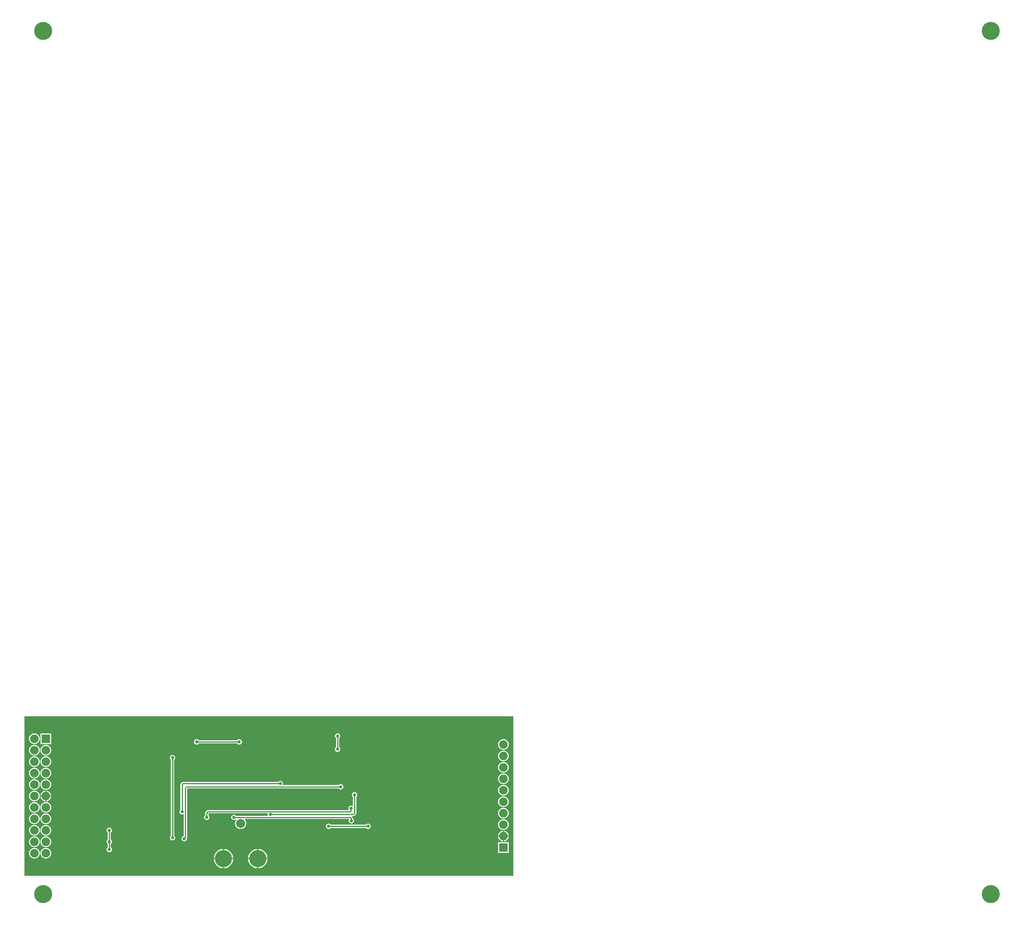
<source format=gbl>
%FSLAX24Y24*%
%MOIN*%
G70*
G01*
G75*
G04 Layer_Physical_Order=2*
G04 Layer_Color=16711680*
%ADD10R,0.1181X0.0551*%
%ADD11R,0.0433X0.0394*%
%ADD12C,0.0394*%
%ADD13R,0.0512X0.0591*%
%ADD14R,0.0433X0.0236*%
%ADD15R,0.0290X0.0220*%
%ADD16R,0.0118X0.0472*%
%ADD17R,0.0571X0.0177*%
%ADD18R,0.0335X0.0110*%
%ADD19R,0.0110X0.0335*%
%ADD20R,0.0276X0.0118*%
%ADD21R,0.0480X0.0358*%
%ADD22R,0.0358X0.0480*%
%ADD23R,0.0500X0.0200*%
%ADD24R,0.0200X0.0500*%
%ADD25R,0.0472X0.0118*%
%ADD26R,0.0551X0.0118*%
%ADD27R,0.0630X0.0709*%
%ADD28R,0.0906X0.0236*%
%ADD29R,0.0236X0.0433*%
%ADD30R,0.0591X0.0512*%
%ADD31C,0.0100*%
%ADD32C,0.0110*%
%ADD33C,0.1575*%
%ADD34C,0.0748*%
%ADD35R,0.0748X0.0748*%
%ADD36C,0.0787*%
%ADD37C,0.1496*%
%ADD38C,0.0280*%
G36*
X17900Y-6969D02*
X-24778D01*
Y6969D01*
X17900D01*
Y-6969D01*
D02*
G37*
%LPC*%
G36*
X-11850Y3582D02*
X-11940Y3564D01*
X-12017Y3513D01*
X-12068Y3436D01*
X-12085Y3346D01*
X-12068Y3257D01*
X-12017Y3180D01*
X-11994Y3165D01*
Y-3470D01*
X-12017Y-3485D01*
X-12068Y-3562D01*
X-12085Y-3652D01*
X-12068Y-3742D01*
X-12017Y-3818D01*
X-11940Y-3869D01*
X-11850Y-3887D01*
X-11760Y-3869D01*
X-11684Y-3818D01*
X-11633Y-3742D01*
X-11615Y-3652D01*
X-11633Y-3562D01*
X-11684Y-3485D01*
X-11707Y-3470D01*
Y3165D01*
X-11684Y3180D01*
X-11633Y3257D01*
X-11615Y3346D01*
X-11633Y3436D01*
X-11684Y3513D01*
X-11760Y3564D01*
X-11850Y3582D01*
D02*
G37*
G36*
X-23906Y-2531D02*
X-24027Y-2547D01*
X-24140Y-2594D01*
X-24237Y-2669D01*
X-24311Y-2766D01*
X-24358Y-2879D01*
X-24374Y-3000D01*
X-24358Y-3121D01*
X-24311Y-3234D01*
X-24237Y-3331D01*
X-24140Y-3406D01*
X-24027Y-3453D01*
X-23906Y-3469D01*
X-23784Y-3453D01*
X-23671Y-3406D01*
X-23574Y-3331D01*
X-23500Y-3234D01*
X-23453Y-3121D01*
X-23437Y-3000D01*
X-23453Y-2879D01*
X-23500Y-2766D01*
X-23574Y-2669D01*
X-23671Y-2594D01*
X-23784Y-2547D01*
X-23906Y-2531D01*
D02*
G37*
G36*
X-22906D02*
X-23027Y-2547D01*
X-23140Y-2594D01*
X-23237Y-2669D01*
X-23311Y-2766D01*
X-23358Y-2879D01*
X-23374Y-3000D01*
X-23358Y-3121D01*
X-23311Y-3234D01*
X-23237Y-3331D01*
X-23140Y-3406D01*
X-23027Y-3453D01*
X-22906Y-3469D01*
X-22784Y-3453D01*
X-22671Y-3406D01*
X-22574Y-3331D01*
X-22500Y-3234D01*
X-22453Y-3121D01*
X-22437Y-3000D01*
X-22453Y-2879D01*
X-22500Y-2766D01*
X-22574Y-2669D01*
X-22671Y-2594D01*
X-22784Y-2547D01*
X-22906Y-2531D01*
D02*
G37*
G36*
Y-3531D02*
X-23027Y-3547D01*
X-23140Y-3594D01*
X-23237Y-3669D01*
X-23311Y-3766D01*
X-23358Y-3879D01*
X-23374Y-4000D01*
X-23358Y-4121D01*
X-23311Y-4234D01*
X-23237Y-4331D01*
X-23140Y-4406D01*
X-23027Y-4453D01*
X-22906Y-4469D01*
X-22784Y-4453D01*
X-22671Y-4406D01*
X-22574Y-4331D01*
X-22500Y-4234D01*
X-22453Y-4121D01*
X-22437Y-4000D01*
X-22453Y-3879D01*
X-22500Y-3766D01*
X-22574Y-3669D01*
X-22671Y-3594D01*
X-22784Y-3547D01*
X-22906Y-3531D01*
D02*
G37*
G36*
X16978Y-3550D02*
X16556D01*
X16566Y-3624D01*
X16614Y-3739D01*
X16689Y-3838D01*
X16789Y-3914D01*
X16904Y-3962D01*
X16978Y-3972D01*
Y-3550D01*
D02*
G37*
G36*
X17499D02*
X17078D01*
Y-3972D01*
X17151Y-3962D01*
X17267Y-3914D01*
X17366Y-3838D01*
X17442Y-3739D01*
X17489Y-3624D01*
X17499Y-3550D01*
D02*
G37*
G36*
X16978Y-3028D02*
X16904Y-3038D01*
X16789Y-3086D01*
X16689Y-3162D01*
X16614Y-3261D01*
X16566Y-3376D01*
X16556Y-3450D01*
X16978D01*
Y-3028D01*
D02*
G37*
G36*
X-23906Y-1531D02*
X-24027Y-1547D01*
X-24140Y-1594D01*
X-24237Y-1669D01*
X-24311Y-1766D01*
X-24358Y-1879D01*
X-24374Y-2000D01*
X-24358Y-2121D01*
X-24311Y-2234D01*
X-24237Y-2331D01*
X-24140Y-2406D01*
X-24027Y-2453D01*
X-23906Y-2469D01*
X-23784Y-2453D01*
X-23671Y-2406D01*
X-23574Y-2331D01*
X-23500Y-2234D01*
X-23453Y-2121D01*
X-23437Y-2000D01*
X-23453Y-1879D01*
X-23500Y-1766D01*
X-23574Y-1669D01*
X-23671Y-1594D01*
X-23784Y-1547D01*
X-23906Y-1531D01*
D02*
G37*
G36*
X-22906D02*
X-23027Y-1547D01*
X-23140Y-1594D01*
X-23237Y-1669D01*
X-23311Y-1766D01*
X-23358Y-1879D01*
X-23374Y-2000D01*
X-23358Y-2121D01*
X-23311Y-2234D01*
X-23237Y-2331D01*
X-23140Y-2406D01*
X-23027Y-2453D01*
X-22906Y-2469D01*
X-22784Y-2453D01*
X-22671Y-2406D01*
X-22574Y-2331D01*
X-22500Y-2234D01*
X-22453Y-2121D01*
X-22437Y-2000D01*
X-22453Y-1879D01*
X-22500Y-1766D01*
X-22574Y-1669D01*
X-22671Y-1594D01*
X-22784Y-1547D01*
X-22906Y-1531D01*
D02*
G37*
G36*
X17028Y-1031D02*
X16906Y-1047D01*
X16793Y-1094D01*
X16696Y-1169D01*
X16622Y-1266D01*
X16575Y-1379D01*
X16559Y-1500D01*
X16575Y-1621D01*
X16622Y-1734D01*
X16696Y-1831D01*
X16793Y-1906D01*
X16906Y-1953D01*
X17028Y-1969D01*
X17149Y-1953D01*
X17262Y-1906D01*
X17359Y-1831D01*
X17433Y-1734D01*
X17480Y-1621D01*
X17496Y-1500D01*
X17480Y-1379D01*
X17433Y-1266D01*
X17359Y-1169D01*
X17262Y-1094D01*
X17149Y-1047D01*
X17028Y-1031D01*
D02*
G37*
G36*
X17078Y-3028D02*
Y-3450D01*
X17499D01*
X17489Y-3376D01*
X17442Y-3261D01*
X17366Y-3162D01*
X17267Y-3086D01*
X17151Y-3038D01*
X17078Y-3028D01*
D02*
G37*
G36*
X17028Y-2031D02*
X16906Y-2047D01*
X16793Y-2094D01*
X16696Y-2169D01*
X16622Y-2266D01*
X16575Y-2379D01*
X16559Y-2500D01*
X16575Y-2621D01*
X16622Y-2734D01*
X16696Y-2831D01*
X16793Y-2906D01*
X16906Y-2953D01*
X17028Y-2969D01*
X17149Y-2953D01*
X17262Y-2906D01*
X17359Y-2831D01*
X17433Y-2734D01*
X17480Y-2621D01*
X17496Y-2500D01*
X17480Y-2379D01*
X17433Y-2266D01*
X17359Y-2169D01*
X17262Y-2094D01*
X17149Y-2047D01*
X17028Y-2031D01*
D02*
G37*
G36*
X5217Y-2422D02*
X5127Y-2440D01*
X5050Y-2491D01*
X5035Y-2514D01*
X1953D01*
X1938Y-2491D01*
X1862Y-2440D01*
X1772Y-2422D01*
X1682Y-2440D01*
X1605Y-2491D01*
X1554Y-2568D01*
X1537Y-2657D01*
X1554Y-2747D01*
X1605Y-2824D01*
X1682Y-2875D01*
X1772Y-2893D01*
X1862Y-2875D01*
X1938Y-2824D01*
X1953Y-2801D01*
X5035D01*
X5050Y-2824D01*
X5127Y-2875D01*
X5217Y-2893D01*
X5306Y-2875D01*
X5383Y-2824D01*
X5434Y-2747D01*
X5452Y-2657D01*
X5434Y-2568D01*
X5383Y-2491D01*
X5306Y-2440D01*
X5217Y-2422D01*
D02*
G37*
G36*
X-3562Y-5522D02*
X-4359D01*
Y-6320D01*
X-4243Y-6308D01*
X-4083Y-6260D01*
X-3936Y-6181D01*
X-3807Y-6075D01*
X-3701Y-5946D01*
X-3622Y-5799D01*
X-3574Y-5639D01*
X-3562Y-5522D01*
D02*
G37*
G36*
X-23906Y-4531D02*
X-24027Y-4547D01*
X-24140Y-4594D01*
X-24237Y-4669D01*
X-24311Y-4766D01*
X-24358Y-4879D01*
X-24374Y-5000D01*
X-24358Y-5121D01*
X-24311Y-5234D01*
X-24237Y-5331D01*
X-24140Y-5406D01*
X-24027Y-5453D01*
X-23906Y-5469D01*
X-23784Y-5453D01*
X-23671Y-5406D01*
X-23574Y-5331D01*
X-23500Y-5234D01*
X-23453Y-5121D01*
X-23437Y-5000D01*
X-23453Y-4879D01*
X-23500Y-4766D01*
X-23574Y-4669D01*
X-23671Y-4594D01*
X-23784Y-4547D01*
X-23906Y-4531D01*
D02*
G37*
G36*
X-22906D02*
X-23027Y-4547D01*
X-23140Y-4594D01*
X-23237Y-4669D01*
X-23311Y-4766D01*
X-23358Y-4879D01*
X-23374Y-5000D01*
X-23358Y-5121D01*
X-23311Y-5234D01*
X-23237Y-5331D01*
X-23140Y-5406D01*
X-23027Y-5453D01*
X-22906Y-5469D01*
X-22784Y-5453D01*
X-22671Y-5406D01*
X-22574Y-5331D01*
X-22500Y-5234D01*
X-22453Y-5121D01*
X-22437Y-5000D01*
X-22453Y-4879D01*
X-22500Y-4766D01*
X-22574Y-4669D01*
X-22671Y-4594D01*
X-22784Y-4547D01*
X-22906Y-4531D01*
D02*
G37*
G36*
X-7452Y-5522D02*
X-8249D01*
X-8237Y-5639D01*
X-8189Y-5799D01*
X-8110Y-5946D01*
X-8004Y-6075D01*
X-7875Y-6181D01*
X-7728Y-6260D01*
X-7568Y-6308D01*
X-7452Y-6320D01*
Y-5522D01*
D02*
G37*
G36*
X-6554D02*
X-7352D01*
Y-6320D01*
X-7235Y-6308D01*
X-7075Y-6260D01*
X-6928Y-6181D01*
X-6799Y-6075D01*
X-6693Y-5946D01*
X-6614Y-5799D01*
X-6566Y-5639D01*
X-6554Y-5522D01*
D02*
G37*
G36*
X-4459D02*
X-5257D01*
X-5245Y-5639D01*
X-5197Y-5799D01*
X-5118Y-5946D01*
X-5012Y-6075D01*
X-4883Y-6181D01*
X-4736Y-6260D01*
X-4576Y-6308D01*
X-4459Y-6320D01*
Y-5522D01*
D02*
G37*
G36*
X-7452Y-4625D02*
X-7568Y-4637D01*
X-7728Y-4685D01*
X-7875Y-4764D01*
X-8004Y-4870D01*
X-8110Y-4999D01*
X-8189Y-5146D01*
X-8237Y-5306D01*
X-8249Y-5422D01*
X-7452D01*
Y-4625D01*
D02*
G37*
G36*
X17492Y-4035D02*
X16563D01*
Y-4965D01*
X17492D01*
Y-4035D01*
D02*
G37*
G36*
X-17372Y-2773D02*
X-17462Y-2791D01*
X-17538Y-2842D01*
X-17589Y-2918D01*
X-17607Y-3008D01*
X-17589Y-3098D01*
X-17538Y-3174D01*
X-17515Y-3189D01*
Y-3811D01*
X-17538Y-3826D01*
X-17589Y-3902D01*
X-17607Y-3992D01*
X-17589Y-4082D01*
X-17538Y-4158D01*
X-17515Y-4174D01*
Y-4494D01*
X-17538Y-4509D01*
X-17589Y-4585D01*
X-17607Y-4675D01*
X-17589Y-4765D01*
X-17538Y-4841D01*
X-17462Y-4892D01*
X-17372Y-4910D01*
X-17282Y-4892D01*
X-17206Y-4841D01*
X-17155Y-4765D01*
X-17137Y-4675D01*
X-17155Y-4585D01*
X-17206Y-4509D01*
X-17229Y-4494D01*
Y-4174D01*
X-17206Y-4158D01*
X-17155Y-4082D01*
X-17137Y-3992D01*
X-17155Y-3902D01*
X-17206Y-3826D01*
X-17229Y-3811D01*
Y-3189D01*
X-17206Y-3174D01*
X-17155Y-3098D01*
X-17137Y-3008D01*
X-17155Y-2918D01*
X-17206Y-2842D01*
X-17282Y-2791D01*
X-17372Y-2773D01*
D02*
G37*
G36*
X-23906Y-3531D02*
X-24027Y-3547D01*
X-24140Y-3594D01*
X-24237Y-3669D01*
X-24311Y-3766D01*
X-24358Y-3879D01*
X-24374Y-4000D01*
X-24358Y-4121D01*
X-24311Y-4234D01*
X-24237Y-4331D01*
X-24140Y-4406D01*
X-24027Y-4453D01*
X-23906Y-4469D01*
X-23784Y-4453D01*
X-23671Y-4406D01*
X-23574Y-4331D01*
X-23500Y-4234D01*
X-23453Y-4121D01*
X-23437Y-4000D01*
X-23453Y-3879D01*
X-23500Y-3766D01*
X-23574Y-3669D01*
X-23671Y-3594D01*
X-23784Y-3547D01*
X-23906Y-3531D01*
D02*
G37*
G36*
X-7352Y-4625D02*
Y-5422D01*
X-6554D01*
X-6566Y-5306D01*
X-6614Y-5146D01*
X-6693Y-4999D01*
X-6799Y-4870D01*
X-6928Y-4764D01*
X-7075Y-4685D01*
X-7235Y-4637D01*
X-7352Y-4625D01*
D02*
G37*
G36*
X-4459D02*
X-4576Y-4637D01*
X-4736Y-4685D01*
X-4883Y-4764D01*
X-5012Y-4870D01*
X-5118Y-4999D01*
X-5197Y-5146D01*
X-5245Y-5306D01*
X-5257Y-5422D01*
X-4459D01*
Y-4625D01*
D02*
G37*
G36*
X-4359D02*
Y-5422D01*
X-3562D01*
X-3574Y-5306D01*
X-3622Y-5146D01*
X-3701Y-4999D01*
X-3807Y-4870D01*
X-3936Y-4764D01*
X-4083Y-4685D01*
X-4243Y-4637D01*
X-4359Y-4625D01*
D02*
G37*
G36*
X-23906Y3469D02*
X-24027Y3453D01*
X-24140Y3406D01*
X-24237Y3331D01*
X-24311Y3234D01*
X-24358Y3121D01*
X-24374Y3000D01*
X-24358Y2879D01*
X-24311Y2766D01*
X-24237Y2669D01*
X-24140Y2594D01*
X-24027Y2547D01*
X-23906Y2531D01*
X-23784Y2547D01*
X-23671Y2594D01*
X-23574Y2669D01*
X-23500Y2766D01*
X-23453Y2879D01*
X-23437Y3000D01*
X-23453Y3121D01*
X-23500Y3234D01*
X-23574Y3331D01*
X-23671Y3406D01*
X-23784Y3453D01*
X-23906Y3469D01*
D02*
G37*
G36*
X-22906D02*
X-23027Y3453D01*
X-23140Y3406D01*
X-23237Y3331D01*
X-23311Y3234D01*
X-23358Y3121D01*
X-23374Y3000D01*
X-23358Y2879D01*
X-23311Y2766D01*
X-23237Y2669D01*
X-23140Y2594D01*
X-23027Y2547D01*
X-22906Y2531D01*
X-22784Y2547D01*
X-22671Y2594D01*
X-22574Y2669D01*
X-22500Y2766D01*
X-22453Y2879D01*
X-22437Y3000D01*
X-22453Y3121D01*
X-22500Y3234D01*
X-22574Y3331D01*
X-22671Y3406D01*
X-22784Y3453D01*
X-22906Y3469D01*
D02*
G37*
G36*
X17028Y3969D02*
X16906Y3953D01*
X16793Y3906D01*
X16696Y3831D01*
X16622Y3734D01*
X16575Y3621D01*
X16559Y3500D01*
X16575Y3379D01*
X16622Y3266D01*
X16696Y3169D01*
X16793Y3094D01*
X16906Y3047D01*
X17028Y3031D01*
X17149Y3047D01*
X17262Y3094D01*
X17359Y3169D01*
X17433Y3266D01*
X17480Y3379D01*
X17496Y3500D01*
X17480Y3621D01*
X17433Y3734D01*
X17359Y3831D01*
X17262Y3906D01*
X17149Y3953D01*
X17028Y3969D01*
D02*
G37*
G36*
X-23906Y2469D02*
X-24027Y2453D01*
X-24140Y2406D01*
X-24237Y2331D01*
X-24311Y2234D01*
X-24358Y2121D01*
X-24374Y2000D01*
X-24358Y1879D01*
X-24311Y1766D01*
X-24237Y1669D01*
X-24140Y1594D01*
X-24027Y1547D01*
X-23906Y1531D01*
X-23784Y1547D01*
X-23671Y1594D01*
X-23574Y1669D01*
X-23500Y1766D01*
X-23453Y1879D01*
X-23437Y2000D01*
X-23453Y2121D01*
X-23500Y2234D01*
X-23574Y2331D01*
X-23671Y2406D01*
X-23784Y2453D01*
X-23906Y2469D01*
D02*
G37*
G36*
X-22906D02*
X-23027Y2453D01*
X-23140Y2406D01*
X-23237Y2331D01*
X-23311Y2234D01*
X-23358Y2121D01*
X-23374Y2000D01*
X-23358Y1879D01*
X-23311Y1766D01*
X-23237Y1669D01*
X-23140Y1594D01*
X-23027Y1547D01*
X-22906Y1531D01*
X-22784Y1547D01*
X-22671Y1594D01*
X-22574Y1669D01*
X-22500Y1766D01*
X-22453Y1879D01*
X-22437Y2000D01*
X-22453Y2121D01*
X-22500Y2234D01*
X-22574Y2331D01*
X-22671Y2406D01*
X-22784Y2453D01*
X-22906Y2469D01*
D02*
G37*
G36*
X17028Y2969D02*
X16906Y2953D01*
X16793Y2906D01*
X16696Y2831D01*
X16622Y2734D01*
X16575Y2621D01*
X16559Y2500D01*
X16575Y2379D01*
X16622Y2266D01*
X16696Y2169D01*
X16793Y2094D01*
X16906Y2047D01*
X17028Y2031D01*
X17149Y2047D01*
X17262Y2094D01*
X17359Y2169D01*
X17433Y2266D01*
X17480Y2379D01*
X17496Y2500D01*
X17480Y2621D01*
X17433Y2734D01*
X17359Y2831D01*
X17262Y2906D01*
X17149Y2953D01*
X17028Y2969D01*
D02*
G37*
G36*
X-23906Y4469D02*
X-24027Y4453D01*
X-24140Y4406D01*
X-24237Y4331D01*
X-24311Y4234D01*
X-24358Y4121D01*
X-24374Y4000D01*
X-24358Y3879D01*
X-24311Y3766D01*
X-24237Y3669D01*
X-24140Y3594D01*
X-24027Y3547D01*
X-23906Y3531D01*
X-23784Y3547D01*
X-23671Y3594D01*
X-23574Y3669D01*
X-23500Y3766D01*
X-23453Y3879D01*
X-23437Y4000D01*
X-23453Y4121D01*
X-23500Y4234D01*
X-23574Y4331D01*
X-23671Y4406D01*
X-23784Y4453D01*
X-23906Y4469D01*
D02*
G37*
G36*
Y5469D02*
X-24027Y5453D01*
X-24140Y5406D01*
X-24237Y5331D01*
X-24311Y5234D01*
X-24358Y5121D01*
X-24374Y5000D01*
X-24358Y4879D01*
X-24311Y4766D01*
X-24237Y4669D01*
X-24140Y4594D01*
X-24027Y4547D01*
X-23906Y4531D01*
X-23784Y4547D01*
X-23671Y4594D01*
X-23574Y4669D01*
X-23500Y4766D01*
X-23453Y4879D01*
X-23437Y5000D01*
X-23453Y5121D01*
X-23500Y5234D01*
X-23574Y5331D01*
X-23671Y5406D01*
X-23784Y5453D01*
X-23906Y5469D01*
D02*
G37*
G36*
X-22441Y5465D02*
X-23370D01*
Y4535D01*
X-22441D01*
Y5465D01*
D02*
G37*
G36*
X-6024Y4959D02*
X-6114Y4942D01*
X-6190Y4891D01*
X-6205Y4868D01*
X-9563D01*
X-9578Y4891D01*
X-9654Y4942D01*
X-9744Y4959D01*
X-9834Y4942D01*
X-9910Y4891D01*
X-9961Y4814D01*
X-9979Y4724D01*
X-9961Y4634D01*
X-9910Y4558D01*
X-9834Y4507D01*
X-9744Y4489D01*
X-9654Y4507D01*
X-9578Y4558D01*
X-9563Y4581D01*
X-6205D01*
X-6190Y4558D01*
X-6114Y4507D01*
X-6024Y4489D01*
X-5934Y4507D01*
X-5857Y4558D01*
X-5806Y4634D01*
X-5789Y4724D01*
X-5806Y4814D01*
X-5857Y4891D01*
X-5934Y4942D01*
X-6024Y4959D01*
D02*
G37*
G36*
X-22906Y4469D02*
X-23027Y4453D01*
X-23140Y4406D01*
X-23237Y4331D01*
X-23311Y4234D01*
X-23358Y4121D01*
X-23374Y4000D01*
X-23358Y3879D01*
X-23311Y3766D01*
X-23237Y3669D01*
X-23140Y3594D01*
X-23027Y3547D01*
X-22906Y3531D01*
X-22784Y3547D01*
X-22671Y3594D01*
X-22574Y3669D01*
X-22500Y3766D01*
X-22453Y3879D01*
X-22437Y4000D01*
X-22453Y4121D01*
X-22500Y4234D01*
X-22574Y4331D01*
X-22671Y4406D01*
X-22784Y4453D01*
X-22906Y4469D01*
D02*
G37*
G36*
X2559Y5473D02*
X2469Y5455D01*
X2393Y5404D01*
X2342Y5328D01*
X2324Y5238D01*
X2342Y5148D01*
X2393Y5072D01*
X2416Y5057D01*
Y4270D01*
X2393Y4255D01*
X2342Y4179D01*
X2324Y4089D01*
X2342Y3999D01*
X2393Y3922D01*
X2469Y3871D01*
X2559Y3854D01*
X2649Y3871D01*
X2725Y3922D01*
X2776Y3999D01*
X2794Y4089D01*
X2776Y4179D01*
X2725Y4255D01*
X2702Y4270D01*
Y5057D01*
X2725Y5072D01*
X2776Y5148D01*
X2794Y5238D01*
X2776Y5328D01*
X2725Y5404D01*
X2649Y5455D01*
X2559Y5473D01*
D02*
G37*
G36*
X17028Y4969D02*
X16906Y4953D01*
X16793Y4906D01*
X16696Y4831D01*
X16622Y4734D01*
X16575Y4621D01*
X16559Y4500D01*
X16575Y4379D01*
X16622Y4266D01*
X16696Y4169D01*
X16793Y4094D01*
X16906Y4047D01*
X17028Y4031D01*
X17149Y4047D01*
X17262Y4094D01*
X17359Y4169D01*
X17433Y4266D01*
X17480Y4379D01*
X17496Y4500D01*
X17480Y4621D01*
X17433Y4734D01*
X17359Y4831D01*
X17262Y4906D01*
X17149Y4953D01*
X17028Y4969D01*
D02*
G37*
G36*
Y1969D02*
X16906Y1953D01*
X16793Y1906D01*
X16696Y1831D01*
X16622Y1734D01*
X16575Y1621D01*
X16559Y1500D01*
X16575Y1379D01*
X16622Y1266D01*
X16696Y1169D01*
X16793Y1094D01*
X16906Y1047D01*
X17028Y1031D01*
X17149Y1047D01*
X17262Y1094D01*
X17359Y1169D01*
X17433Y1266D01*
X17480Y1379D01*
X17496Y1500D01*
X17480Y1621D01*
X17433Y1734D01*
X17359Y1831D01*
X17262Y1906D01*
X17149Y1953D01*
X17028Y1969D01*
D02*
G37*
G36*
X4035Y333D02*
X3945Y316D01*
X3869Y265D01*
X3818Y188D01*
X3800Y98D01*
X3818Y8D01*
X3869Y-68D01*
X3892Y-83D01*
Y-854D01*
X3848Y-877D01*
X3830Y-865D01*
X3740Y-848D01*
X3650Y-865D01*
X3574Y-916D01*
X3523Y-993D01*
X3505Y-1083D01*
X3523Y-1173D01*
X3535Y-1191D01*
X3511Y-1235D01*
X-2779D01*
X-2794Y-1232D01*
X-7865D01*
X-7865Y-1232D01*
X-8672D01*
X-8687Y-1235D01*
X-8760D01*
X-8815Y-1246D01*
X-8861Y-1277D01*
X-8960Y-1375D01*
X-8991Y-1422D01*
X-9002Y-1476D01*
Y-1689D01*
X-9024Y-1704D01*
X-9075Y-1780D01*
X-9093Y-1870D01*
X-9075Y-1960D01*
X-9024Y-2036D01*
X-8948Y-2087D01*
X-8858Y-2105D01*
X-8768Y-2087D01*
X-8692Y-2036D01*
X-8641Y-1960D01*
X-8623Y-1870D01*
X-8641Y-1780D01*
X-8692Y-1704D01*
X-8715Y-1689D01*
Y-1536D01*
X-8700Y-1521D01*
X-8675D01*
X-8660Y-1518D01*
X-7786D01*
X-7786Y-1518D01*
X-3569D01*
X-3531Y-1568D01*
X-3542Y-1624D01*
X-3531Y-1680D01*
X-3569Y-1730D01*
X-6307D01*
X-6324Y-1704D01*
X-6400Y-1653D01*
X-6490Y-1635D01*
X-6580Y-1653D01*
X-6656Y-1704D01*
X-6707Y-1780D01*
X-6725Y-1870D01*
X-6707Y-1960D01*
X-6656Y-2036D01*
X-6580Y-2087D01*
X-6490Y-2105D01*
X-6400Y-2087D01*
X-6324Y-2036D01*
X-6322Y-2033D01*
X-6297Y-2035D01*
X-6275Y-2087D01*
X-6329Y-2157D01*
X-6377Y-2275D01*
X-6394Y-2402D01*
X-6377Y-2528D01*
X-6329Y-2646D01*
X-6251Y-2747D01*
X-6150Y-2825D01*
X-6032Y-2873D01*
X-5906Y-2890D01*
X-5779Y-2873D01*
X-5661Y-2825D01*
X-5560Y-2747D01*
X-5483Y-2646D01*
X-5434Y-2528D01*
X-5417Y-2402D01*
X-5434Y-2275D01*
X-5483Y-2157D01*
X-5552Y-2066D01*
X-5537Y-2016D01*
X3529D01*
X3553Y-2060D01*
X3543Y-2075D01*
X3525Y-2165D01*
X3543Y-2255D01*
X3594Y-2332D01*
X3670Y-2383D01*
X3760Y-2400D01*
X3850Y-2383D01*
X3926Y-2332D01*
X3977Y-2255D01*
X3995Y-2165D01*
X3977Y-2075D01*
X3926Y-1999D01*
X3903Y-1984D01*
Y-1982D01*
X3892Y-1927D01*
X3861Y-1881D01*
X3798Y-1817D01*
X3818Y-1767D01*
X3943D01*
X3998Y-1756D01*
X4044Y-1725D01*
X4137Y-1633D01*
X4168Y-1586D01*
X4179Y-1532D01*
Y-83D01*
X4202Y-68D01*
X4253Y8D01*
X4270Y98D01*
X4253Y188D01*
X4202Y265D01*
X4125Y316D01*
X4035Y333D01*
D02*
G37*
G36*
X-22956Y-50D02*
X-23377D01*
X-23367Y-124D01*
X-23320Y-239D01*
X-23244Y-338D01*
X-23145Y-414D01*
X-23029Y-462D01*
X-22956Y-472D01*
Y-50D01*
D02*
G37*
G36*
X-22434D02*
X-22856D01*
Y-472D01*
X-22782Y-462D01*
X-22666Y-414D01*
X-22567Y-338D01*
X-22491Y-239D01*
X-22444Y-124D01*
X-22434Y-50D01*
D02*
G37*
G36*
X-23906Y-531D02*
X-24027Y-547D01*
X-24140Y-594D01*
X-24237Y-669D01*
X-24311Y-766D01*
X-24358Y-879D01*
X-24374Y-1000D01*
X-24358Y-1121D01*
X-24311Y-1234D01*
X-24237Y-1331D01*
X-24140Y-1406D01*
X-24027Y-1453D01*
X-23906Y-1469D01*
X-23784Y-1453D01*
X-23671Y-1406D01*
X-23574Y-1331D01*
X-23500Y-1234D01*
X-23453Y-1121D01*
X-23437Y-1000D01*
X-23453Y-879D01*
X-23500Y-766D01*
X-23574Y-669D01*
X-23671Y-594D01*
X-23784Y-547D01*
X-23906Y-531D01*
D02*
G37*
G36*
X-22906D02*
X-23027Y-547D01*
X-23140Y-594D01*
X-23237Y-669D01*
X-23311Y-766D01*
X-23358Y-879D01*
X-23374Y-1000D01*
X-23358Y-1121D01*
X-23311Y-1234D01*
X-23237Y-1331D01*
X-23140Y-1406D01*
X-23027Y-1453D01*
X-22906Y-1469D01*
X-22784Y-1453D01*
X-22671Y-1406D01*
X-22574Y-1331D01*
X-22500Y-1234D01*
X-22453Y-1121D01*
X-22437Y-1000D01*
X-22453Y-879D01*
X-22500Y-766D01*
X-22574Y-669D01*
X-22671Y-594D01*
X-22784Y-547D01*
X-22906Y-531D01*
D02*
G37*
G36*
X17028Y-31D02*
X16906Y-47D01*
X16793Y-94D01*
X16696Y-169D01*
X16622Y-266D01*
X16575Y-379D01*
X16559Y-500D01*
X16575Y-621D01*
X16622Y-734D01*
X16696Y-831D01*
X16793Y-906D01*
X16906Y-953D01*
X17028Y-969D01*
X17149Y-953D01*
X17262Y-906D01*
X17359Y-831D01*
X17433Y-734D01*
X17480Y-621D01*
X17496Y-500D01*
X17480Y-379D01*
X17433Y-266D01*
X17359Y-169D01*
X17262Y-94D01*
X17149Y-47D01*
X17028Y-31D01*
D02*
G37*
G36*
X-23906Y469D02*
X-24027Y453D01*
X-24140Y406D01*
X-24237Y331D01*
X-24311Y234D01*
X-24358Y121D01*
X-24374Y-0D01*
X-24358Y-121D01*
X-24311Y-234D01*
X-24237Y-331D01*
X-24140Y-406D01*
X-24027Y-453D01*
X-23906Y-469D01*
X-23784Y-453D01*
X-23671Y-406D01*
X-23574Y-331D01*
X-23500Y-234D01*
X-23453Y-121D01*
X-23437Y-0D01*
X-23453Y121D01*
X-23500Y234D01*
X-23574Y331D01*
X-23671Y406D01*
X-23784Y453D01*
X-23906Y469D01*
D02*
G37*
G36*
Y1469D02*
X-24027Y1453D01*
X-24140Y1406D01*
X-24237Y1331D01*
X-24311Y1234D01*
X-24358Y1121D01*
X-24374Y1000D01*
X-24358Y879D01*
X-24311Y766D01*
X-24237Y669D01*
X-24140Y594D01*
X-24027Y547D01*
X-23906Y531D01*
X-23784Y547D01*
X-23671Y594D01*
X-23574Y669D01*
X-23500Y766D01*
X-23453Y879D01*
X-23437Y1000D01*
X-23453Y1121D01*
X-23500Y1234D01*
X-23574Y1331D01*
X-23671Y1406D01*
X-23784Y1453D01*
X-23906Y1469D01*
D02*
G37*
G36*
X-22906D02*
X-23027Y1453D01*
X-23140Y1406D01*
X-23237Y1331D01*
X-23311Y1234D01*
X-23358Y1121D01*
X-23374Y1000D01*
X-23358Y879D01*
X-23311Y766D01*
X-23237Y669D01*
X-23140Y594D01*
X-23027Y547D01*
X-22906Y531D01*
X-22784Y547D01*
X-22671Y594D01*
X-22574Y669D01*
X-22500Y766D01*
X-22453Y879D01*
X-22437Y1000D01*
X-22453Y1121D01*
X-22500Y1234D01*
X-22574Y1331D01*
X-22671Y1406D01*
X-22784Y1453D01*
X-22906Y1469D01*
D02*
G37*
G36*
X-2455Y1318D02*
X-2545Y1300D01*
X-2621Y1249D01*
X-2636Y1226D01*
X-10925D01*
X-10980Y1215D01*
X-11027Y1184D01*
X-11119Y1091D01*
X-11150Y1045D01*
X-11161Y990D01*
Y-1196D01*
X-11184Y-1212D01*
X-11235Y-1288D01*
X-11253Y-1378D01*
X-11235Y-1468D01*
X-11184Y-1544D01*
X-11108Y-1595D01*
X-11018Y-1613D01*
X-10928Y-1595D01*
X-10916Y-1587D01*
X-10872Y-1611D01*
Y-3514D01*
X-10917Y-3523D01*
X-10993Y-3574D01*
X-11044Y-3650D01*
X-11062Y-3740D01*
X-11044Y-3830D01*
X-10993Y-3906D01*
X-10917Y-3957D01*
X-10827Y-3975D01*
X-10737Y-3957D01*
X-10661Y-3906D01*
X-10610Y-3830D01*
X-10592Y-3740D01*
X-10599Y-3702D01*
X-10596Y-3697D01*
X-10585Y-3642D01*
Y630D01*
X-10551Y664D01*
X2653D01*
X2668Y641D01*
X2745Y590D01*
X2835Y572D01*
X2925Y590D01*
X3001Y641D01*
X3052Y717D01*
X3070Y807D01*
X3052Y897D01*
X3001Y973D01*
X2925Y1024D01*
X2835Y1042D01*
X2745Y1024D01*
X2668Y973D01*
X2653Y950D01*
X-2214D01*
X-2236Y1000D01*
X-2220Y1083D01*
X-2238Y1173D01*
X-2289Y1249D01*
X-2365Y1300D01*
X-2455Y1318D01*
D02*
G37*
G36*
X17028Y969D02*
X16906Y953D01*
X16793Y906D01*
X16696Y831D01*
X16622Y734D01*
X16575Y621D01*
X16559Y500D01*
X16575Y379D01*
X16622Y266D01*
X16696Y169D01*
X16793Y94D01*
X16906Y47D01*
X17028Y31D01*
X17149Y47D01*
X17262Y94D01*
X17359Y169D01*
X17433Y266D01*
X17480Y379D01*
X17496Y500D01*
X17480Y621D01*
X17433Y734D01*
X17359Y831D01*
X17262Y906D01*
X17149Y953D01*
X17028Y969D01*
D02*
G37*
G36*
X-22956Y472D02*
X-23029Y462D01*
X-23145Y414D01*
X-23244Y338D01*
X-23320Y239D01*
X-23367Y124D01*
X-23377Y50D01*
X-22956D01*
Y472D01*
D02*
G37*
G36*
X-22856D02*
Y50D01*
X-22434D01*
X-22444Y124D01*
X-22491Y239D01*
X-22567Y338D01*
X-22666Y414D01*
X-22782Y462D01*
X-22856Y472D01*
D02*
G37*
%LPD*%
G54D31*
X-11929Y-3652D02*
X-11850Y-3573D01*
Y3346D01*
Y-3652D02*
Y-3573D01*
X-3307Y-1624D02*
X3943D01*
X-3396D02*
X-3307D01*
X3943D02*
X4035Y-1532D01*
X-8760Y-1378D02*
X-8675D01*
X-8858Y-1476D02*
X-8760Y-1378D01*
X-8858Y-1870D02*
Y-1476D01*
X-8675Y-1378D02*
X-8672Y-1375D01*
X-7786D01*
X-10925Y1083D02*
X-2455D01*
X-11018Y990D02*
X-10925Y1083D01*
X-11018Y-1378D02*
Y990D01*
X-10610Y807D02*
X2835D01*
X-10728Y689D02*
X-10610Y807D01*
X-10728Y-3642D02*
Y689D01*
X-10827Y-3740D02*
X-10728Y-3642D01*
X-9744Y4724D02*
X-6024D01*
X-17372Y-4675D02*
Y-3992D01*
Y-4730D02*
Y-4675D01*
X1772Y-2657D02*
X5217D01*
X-6466Y-1873D02*
X3651D01*
X-6487D02*
X-6466D01*
X-6476Y-1884D02*
X-6466Y-1873D01*
X-6490Y-1870D02*
X-6487Y-1873D01*
X-2791Y-1378D02*
X3642D01*
X-2794Y-1375D02*
X-2791Y-1378D01*
X-7865Y-1375D02*
X-2794D01*
X3651Y-1873D02*
X3760Y-1982D01*
X4035Y-1532D02*
Y98D01*
X3760Y-2165D02*
Y-1982D01*
X3740Y-1280D02*
Y-1083D01*
X3642Y-1378D02*
X3740Y-1280D01*
X2559Y4134D02*
Y5163D01*
X2522Y5238D02*
X2596Y5163D01*
X-17372Y-3963D02*
Y-3008D01*
X-17402D02*
X-17372D01*
G54D33*
X-23124Y66831D02*
D03*
X59553D02*
D03*
X59553Y-8563D02*
D03*
X-23124D02*
D03*
G54D34*
X17028Y2500D02*
D03*
Y3500D02*
D03*
Y4500D02*
D03*
Y-500D02*
D03*
Y500D02*
D03*
Y1500D02*
D03*
Y-1500D02*
D03*
Y-2500D02*
D03*
Y-3500D02*
D03*
X-23906Y-4000D02*
D03*
X-22906Y-5000D02*
D03*
X-23906Y-2000D02*
D03*
Y-1000D02*
D03*
Y-0D02*
D03*
Y1000D02*
D03*
Y2000D02*
D03*
Y3000D02*
D03*
Y4000D02*
D03*
X-22906Y-2000D02*
D03*
Y-3000D02*
D03*
Y-4000D02*
D03*
Y1000D02*
D03*
Y-0D02*
D03*
Y-1000D02*
D03*
Y2000D02*
D03*
Y3000D02*
D03*
Y4000D02*
D03*
X-23906Y-5000D02*
D03*
Y5000D02*
D03*
Y-3000D02*
D03*
G54D35*
X17028Y-4500D02*
D03*
X-22906Y5000D02*
D03*
G54D36*
X-5906Y-2402D02*
D03*
G54D37*
X-7402Y-5472D02*
D03*
X-4409D02*
D03*
G54D38*
X-3307Y-1624D02*
D03*
X-9744Y4724D02*
D03*
X1673Y1476D02*
D03*
X-8858Y-1870D02*
D03*
X-17372Y-4675D02*
D03*
X-11850Y-3652D02*
D03*
X-13740Y3799D02*
D03*
X1772Y-2657D02*
D03*
X-8065Y-2756D02*
D03*
X-10427Y-1870D02*
D03*
X-11018Y-1378D02*
D03*
X-10728Y2100D02*
D03*
X-2455Y1083D02*
D03*
X-13085Y-1870D02*
D03*
Y-2756D02*
D03*
X-6490Y-1870D02*
D03*
X-12894Y-6102D02*
D03*
X-12717Y472D02*
D03*
X-17012Y6421D02*
D03*
X13632Y3002D02*
D03*
X-10827Y-4163D02*
D03*
Y-3740D02*
D03*
X-11850Y3346D02*
D03*
X-2972Y-3937D02*
D03*
X-886Y1280D02*
D03*
X2835Y807D02*
D03*
X5020Y1181D02*
D03*
X2559Y4089D02*
D03*
X-6024Y4724D02*
D03*
X-17372Y-3008D02*
D03*
X3760Y-2165D02*
D03*
X-3307Y-394D02*
D03*
X-984Y5413D02*
D03*
X-4646Y1969D02*
D03*
X-6024Y4089D02*
D03*
Y5413D02*
D03*
X3760Y-3179D02*
D03*
X-15532Y-3992D02*
D03*
X4035Y98D02*
D03*
X197Y-2165D02*
D03*
X13770Y-3091D02*
D03*
X5659Y2045D02*
D03*
X7707D02*
D03*
X12825Y-3937D02*
D03*
X10906Y-1762D02*
D03*
X9656Y-2657D02*
D03*
Y-1762D02*
D03*
X7559Y-3937D02*
D03*
X7480Y4272D02*
D03*
X-10197Y-5305D02*
D03*
X2559Y5238D02*
D03*
X-17372Y-3992D02*
D03*
X3157Y3760D02*
D03*
X4763Y4549D02*
D03*
X4890Y5337D02*
D03*
X-13484Y6201D02*
D03*
X-12598D02*
D03*
X-14370D02*
D03*
X-11614Y4429D02*
D03*
X3740Y-1083D02*
D03*
X5217Y-2657D02*
D03*
X12224Y541D02*
D03*
X12520D02*
D03*
X12815D02*
D03*
Y246D02*
D03*
X12520D02*
D03*
X12224D02*
D03*
X12520Y-49D02*
D03*
X12815D02*
D03*
X12224D02*
D03*
X6492Y-5461D02*
D03*
X6772Y-4901D02*
D03*
X6492Y-3221D02*
D03*
Y-981D02*
D03*
X6772Y-421D02*
D03*
X6492Y139D02*
D03*
X6772Y699D02*
D03*
X6492Y1259D02*
D03*
X6772Y5179D02*
D03*
X6492Y5739D02*
D03*
X7052Y-5461D02*
D03*
X7332Y-4901D02*
D03*
X7052Y-3221D02*
D03*
Y-981D02*
D03*
X7332Y-421D02*
D03*
X7052Y139D02*
D03*
X7332Y699D02*
D03*
X7052Y1259D02*
D03*
X7332Y5179D02*
D03*
X7052Y5739D02*
D03*
X7612Y-5461D02*
D03*
X7892Y-4901D02*
D03*
X7612Y-4341D02*
D03*
Y-3221D02*
D03*
Y-981D02*
D03*
Y139D02*
D03*
Y1259D02*
D03*
Y2379D02*
D03*
X7892Y5179D02*
D03*
X7612Y5739D02*
D03*
X8172Y-5461D02*
D03*
X8452Y-4901D02*
D03*
X8172Y-3221D02*
D03*
Y5739D02*
D03*
X8732Y-5461D02*
D03*
X9012Y-4901D02*
D03*
X8732Y-3221D02*
D03*
Y5739D02*
D03*
X9292Y-5461D02*
D03*
X9572Y-4901D02*
D03*
X9292Y-3221D02*
D03*
Y5739D02*
D03*
X9852Y-5461D02*
D03*
X10132Y-4901D02*
D03*
X9852Y-4341D02*
D03*
Y-3221D02*
D03*
Y-2101D02*
D03*
X10132Y-1541D02*
D03*
X9852Y-981D02*
D03*
Y5739D02*
D03*
X10412Y-5461D02*
D03*
X10692Y-4901D02*
D03*
X10412Y-4341D02*
D03*
Y-2101D02*
D03*
Y-981D02*
D03*
X10692Y4059D02*
D03*
Y5179D02*
D03*
X10412Y5739D02*
D03*
X10972Y-5461D02*
D03*
X11252Y-4901D02*
D03*
Y4059D02*
D03*
X10972Y4619D02*
D03*
X11252Y5179D02*
D03*
X10972Y5739D02*
D03*
X11532Y-5461D02*
D03*
X11812Y-4901D02*
D03*
Y4059D02*
D03*
X11532Y4619D02*
D03*
X11812Y5179D02*
D03*
X11532Y5739D02*
D03*
X12092Y-5461D02*
D03*
X12372Y-4901D02*
D03*
X12092Y4619D02*
D03*
X12372Y5179D02*
D03*
X12092Y5739D02*
D03*
X12652Y-5461D02*
D03*
X12932Y-4901D02*
D03*
X12652Y4619D02*
D03*
X12932Y5179D02*
D03*
X12652Y5739D02*
D03*
X13212Y-5461D02*
D03*
X13492Y-4901D02*
D03*
X13212Y-4341D02*
D03*
X13492Y-3781D02*
D03*
X13212Y4619D02*
D03*
X13492Y5179D02*
D03*
X13212Y5739D02*
D03*
X13772Y-5461D02*
D03*
X14052Y-4901D02*
D03*
X13772Y-4341D02*
D03*
X14052Y-3781D02*
D03*
X13772Y4619D02*
D03*
X14052Y5179D02*
D03*
X13772Y5739D02*
D03*
X14332Y-5461D02*
D03*
X14612Y-4901D02*
D03*
X14332Y-4341D02*
D03*
X14612Y-3781D02*
D03*
X14332Y4619D02*
D03*
X14612Y5179D02*
D03*
X14332Y5739D02*
D03*
X14892Y-5461D02*
D03*
X15172Y-4901D02*
D03*
X14892Y-4341D02*
D03*
X15172Y-3781D02*
D03*
X14892Y4619D02*
D03*
X15172Y5179D02*
D03*
X14892Y5739D02*
D03*
X15452Y-5461D02*
D03*
X15732Y-4901D02*
D03*
X15452Y-4341D02*
D03*
X15732Y-3781D02*
D03*
X15452Y4619D02*
D03*
X15732Y5179D02*
D03*
X15452Y5739D02*
D03*
X16012Y-5461D02*
D03*
X16292Y-4901D02*
D03*
X16012Y-4341D02*
D03*
X16292Y-3781D02*
D03*
X16012Y4619D02*
D03*
X16292Y5179D02*
D03*
X16012Y5739D02*
D03*
X16572Y-5461D02*
D03*
Y5739D02*
D03*
X17412Y2939D02*
D03*
Y4059D02*
D03*
Y5179D02*
D03*
X8612Y3100D02*
D03*
M02*

</source>
